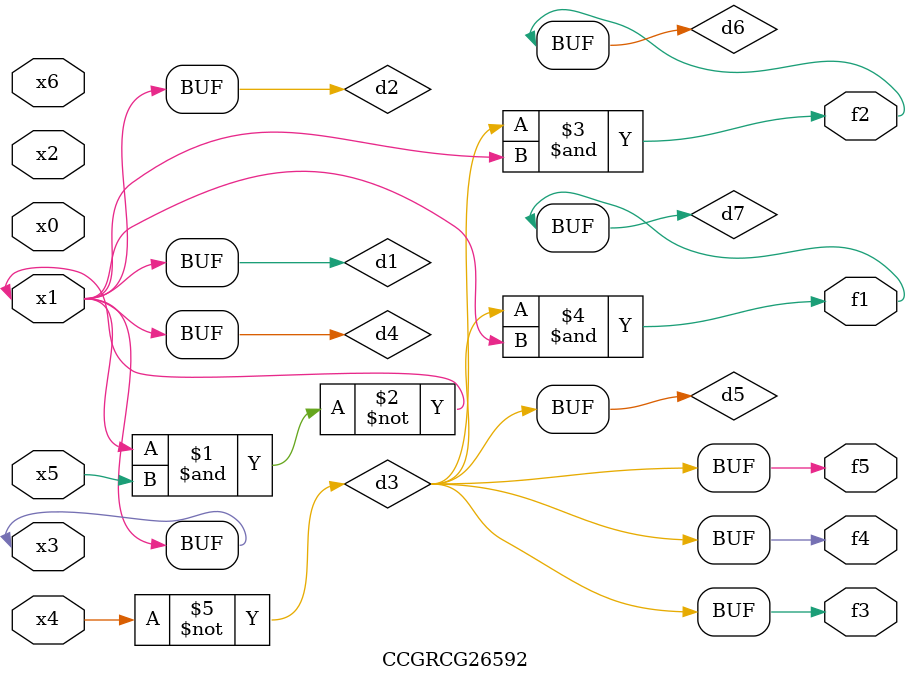
<source format=v>
module CCGRCG26592(
	input x0, x1, x2, x3, x4, x5, x6,
	output f1, f2, f3, f4, f5
);

	wire d1, d2, d3, d4, d5, d6, d7;

	buf (d1, x1, x3);
	nand (d2, x1, x5);
	not (d3, x4);
	buf (d4, d1, d2);
	buf (d5, d3);
	and (d6, d3, d4);
	and (d7, d3, d4);
	assign f1 = d7;
	assign f2 = d6;
	assign f3 = d5;
	assign f4 = d5;
	assign f5 = d5;
endmodule

</source>
